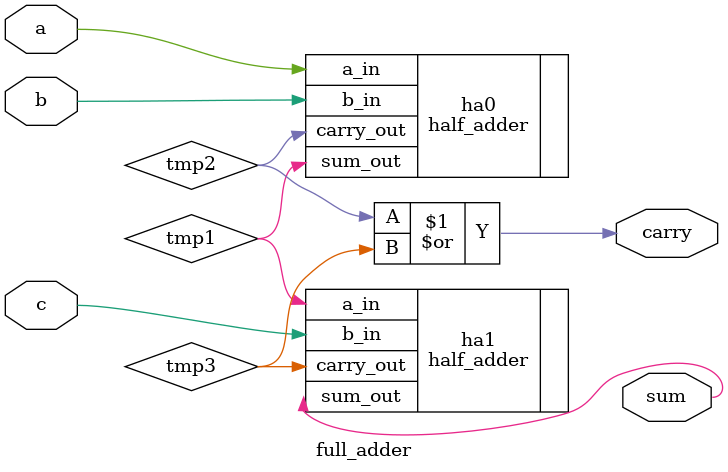
<source format=v>
module full_adder (
	input a,
	input  b,
	input  c,
	output sum,
	output carry
);
	wire tmp1, tmp2, tmp3;

	half_adder ha0 (.a_in(a),.b_in(b), .sum_out(tmp1), .carry_out(tmp2));
	half_adder ha1 (.a_in(tmp1),.b_in(c), .sum_out(sum), .carry_out(tmp3));
	assign carry = tmp2 | tmp3;
endmodule

</source>
